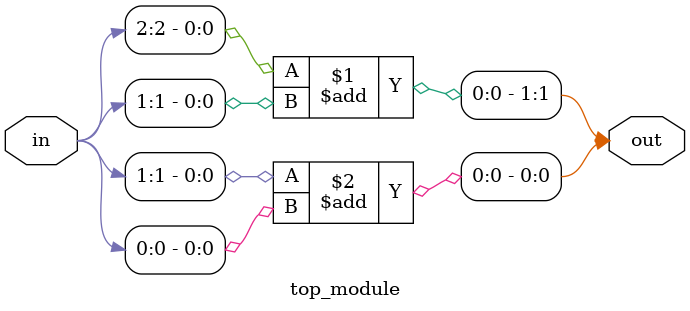
<source format=sv>
module top_module (
  input [2:0] in,
  output [1:0] out
);

  // Adder logic
  assign out[1] = in[2] + in[1];
  assign out[0] = in[1] + in[0];

endmodule

</source>
